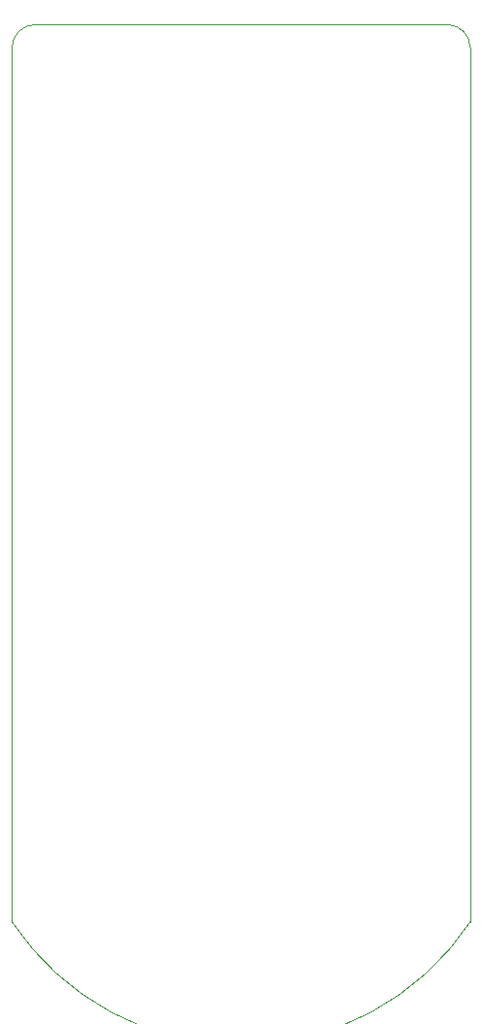
<source format=gm1>
G04 #@! TF.FileFunction,Profile,NP*
%FSLAX46Y46*%
G04 Gerber Fmt 4.6, Leading zero omitted, Abs format (unit mm)*
G04 Created by KiCad (PCBNEW 4.0.7) date 06/26/18 02:25:57*
%MOMM*%
%LPD*%
G01*
G04 APERTURE LIST*
%ADD10C,0.150000*%
%ADD11C,0.100000*%
G04 APERTURE END LIST*
D10*
D11*
X159728100Y-73739600D02*
X159728100Y-150006099D01*
X157728100Y-71739600D02*
G75*
G02X159728100Y-73739600I0J-2000000D01*
G01*
X121728100Y-71739600D02*
X157728100Y-71739600D01*
X119728100Y-73739600D02*
G75*
G02X121728100Y-71739600I2000000J0D01*
G01*
X119728100Y-150006099D02*
X119728100Y-73739600D01*
X159728100Y-150006099D02*
G75*
G02X119728100Y-150006099I-20000000J13266499D01*
G01*
M02*

</source>
